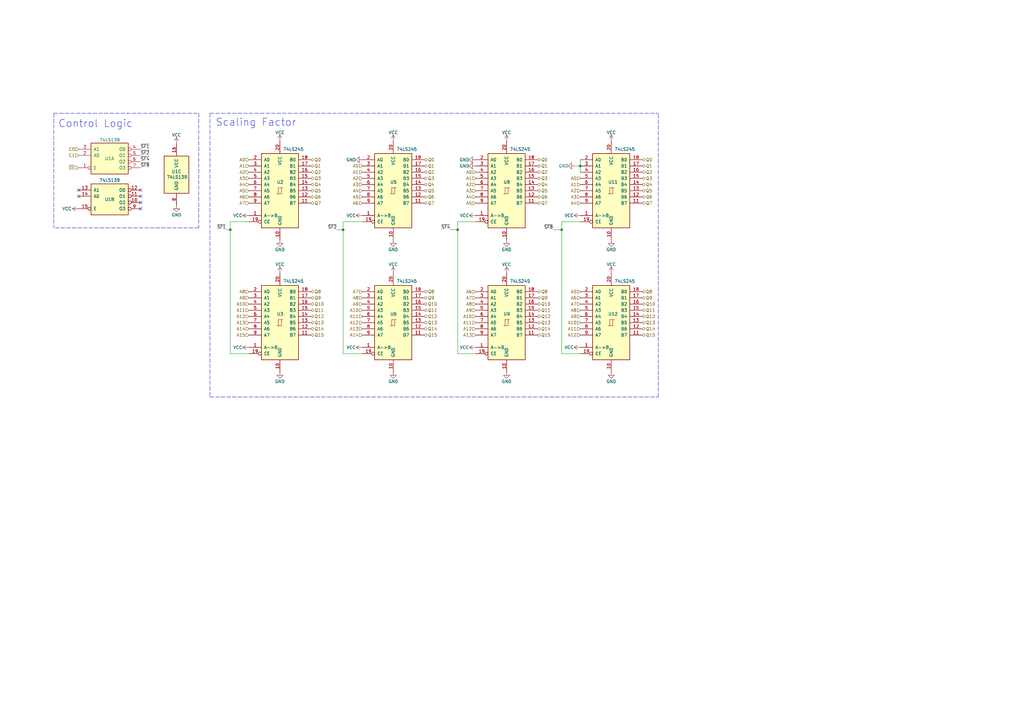
<source format=kicad_sch>
(kicad_sch (version 20211123) (generator eeschema)
  (paper "A3")
  (lib_symbols
    (symbol "74xx:74LS139" (pin_names (offset 1.016))
      (property "Reference" "U" (at -7.62 8.89 0))
      (property "Value" "74LS139" (at -7.62 -8.89 0))
      (symbol "74LS139_1_0"
        (pin input inverted (at -12.7 -5.08 0) (length 5.08) (name "E") (number "1"))
        (pin input line (at -12.7 0 0) (length 5.08) (name "A0") (number "2"))
        (pin input line (at -12.7 2.54 0) (length 5.08) (name "A1") (number "3"))
        (pin output inverted (at 12.7 2.54 180) (length 5.08) (name "O0") (number "4"))
        (pin output inverted (at 12.7 0 180) (length 5.08) (name "O1") (number "5"))
        (pin output inverted (at 12.7 -2.54 180) (length 5.08) (name "O2") (number "6"))
        (pin output inverted (at 12.7 -5.08 180) (length 5.08) (name "O3") (number "7"))
      )
      (symbol "74LS139_1_1"
        (rectangle (start -7.62 5.08) (end 7.62 -7.62) (stroke (width 0.254)) (fill (type background)))
      )
      (symbol "74LS139_2_0"
        (pin output inverted (at 12.7 -2.54 180) (length 5.08) (name "O2") (number "10"))
        (pin output inverted (at 12.7 0 180) (length 5.08) (name "O1") (number "11"))
        (pin output inverted (at 12.7 2.54 180) (length 5.08) (name "O0") (number "12"))
        (pin input line (at -12.7 2.54 0) (length 5.08) (name "A1") (number "13"))
        (pin input line (at -12.7 0 0) (length 5.08) (name "A0") (number "14"))
        (pin input inverted (at -12.7 -5.08 0) (length 5.08) (name "E") (number "15"))
        (pin output inverted (at 12.7 -5.08 180) (length 5.08) (name "O3") (number "9"))
      )
      (symbol "74LS139_2_1"
        (rectangle (start -7.62 5.08) (end 7.62 -7.62) (stroke (width 0.254)) (fill (type background)))
      )
      (symbol "74LS139_3_0"
        (pin power_in line (at 0 12.7 270) (length 5.08) (name "VCC") (number "16"))
        (pin power_in line (at 0 -12.7 90) (length 5.08) (name "GND") (number "8"))
      )
      (symbol "74LS139_3_1"
        (rectangle (start -5.08 7.62) (end 5.08 -7.62) (stroke (width 0.254)) (fill (type background)))
      )
    )
    (symbol "74xx:74LS245" (pin_names (offset 1.016))
      (property "Reference" "U" (at -7.62 16.51 0))
      (property "Value" "74LS245" (at -7.62 -16.51 0))
      (symbol "74LS245_1_0"
        (polyline (pts (xy -0.635 -1.27) (xy -0.635 1.27) (xy 0.635 1.27)))
        (polyline (pts (xy -1.27 -1.27) (xy 0.635 -1.27) (xy 0.635 1.27) (xy 1.27 1.27)))
        (pin input line (at -12.7 -10.16 0) (length 5.08) (name "A->B") (number "1"))
        (pin power_in line (at 0 -20.32 90) (length 5.08) (name "GND") (number "10"))
        (pin tri_state line (at 12.7 -5.08 180) (length 5.08) (name "B7") (number "11"))
        (pin tri_state line (at 12.7 -2.54 180) (length 5.08) (name "B6") (number "12"))
        (pin tri_state line (at 12.7 0 180) (length 5.08) (name "B5") (number "13"))
        (pin tri_state line (at 12.7 2.54 180) (length 5.08) (name "B4") (number "14"))
        (pin tri_state line (at 12.7 5.08 180) (length 5.08) (name "B3") (number "15"))
        (pin tri_state line (at 12.7 7.62 180) (length 5.08) (name "B2") (number "16"))
        (pin tri_state line (at 12.7 10.16 180) (length 5.08) (name "B1") (number "17"))
        (pin tri_state line (at 12.7 12.7 180) (length 5.08) (name "B0") (number "18"))
        (pin input inverted (at -12.7 -12.7 0) (length 5.08) (name "CE") (number "19"))
        (pin tri_state line (at -12.7 12.7 0) (length 5.08) (name "A0") (number "2"))
        (pin power_in line (at 0 20.32 270) (length 5.08) (name "VCC") (number "20"))
        (pin tri_state line (at -12.7 10.16 0) (length 5.08) (name "A1") (number "3"))
        (pin tri_state line (at -12.7 7.62 0) (length 5.08) (name "A2") (number "4"))
        (pin tri_state line (at -12.7 5.08 0) (length 5.08) (name "A3") (number "5"))
        (pin tri_state line (at -12.7 2.54 0) (length 5.08) (name "A4") (number "6"))
        (pin tri_state line (at -12.7 0 0) (length 5.08) (name "A5") (number "7"))
        (pin tri_state line (at -12.7 -2.54 0) (length 5.08) (name "A6") (number "8"))
        (pin tri_state line (at -12.7 -5.08 0) (length 5.08) (name "A7") (number "9"))
      )
      (symbol "74LS245_1_1"
        (rectangle (start -7.62 15.24) (end 7.62 -15.24) (stroke (width 0.254)) (fill (type background)))
      )
    )
    (symbol "power:GND" (power) (pin_names (offset 0))
      (property "Value" "GND" (at 0 -3.81 0))
      (symbol "GND_0_1"
        (polyline (pts (xy 0 0) (xy 0 -1.27) (xy 1.27 -1.27) (xy 0 -2.54) (xy -1.27 -1.27) (xy 0 -1.27)))
      )
      (symbol "GND_1_1"
        (pin power_in line (at 0 0 270) (length 0) hide (name "GND") (number "1"))
      )
    )
    (symbol "power:VCC" (power) (pin_names (offset 0))
      (property "Value" "VCC" (at 0 3.81 0))
      (symbol "VCC_0_1"
        (polyline (pts (xy -0.762 1.27) (xy 0 2.54)))
        (polyline (pts (xy 0 0) (xy 0 2.54)))
        (polyline (pts (xy 0 2.54) (xy 0.762 1.27)))
      )
      (symbol "VCC_1_1"
        (pin power_in line (at 0 0 90) (length 0) hide (name "VCC") (number "1"))
      )
    )
  )
  (junction (at 140.716 94.234))
  (junction (at 187.706 94.234))
  (junction (at 94.488 94.234))
  (junction (at 237.998 68.072))
  (junction (at 230.378 94.234))
  (no_connect (at 57.658 83.058))
  (no_connect (at 32.258 77.978))
  (no_connect (at 32.258 80.518))
  (no_connect (at 57.658 77.978))
  (no_connect (at 57.658 80.518))
  (no_connect (at 57.658 85.598))
  (wire (pts (xy 235.712 68.072) (xy 237.998 68.072)))
  (wire (pts (xy 237.998 68.072) (xy 237.998 70.612)))
  (wire (pts (xy 140.716 90.932) (xy 140.716 94.234)))
  (polyline (pts (xy 86.106 162.814) (xy 270.002 162.814)))
  (wire (pts (xy 230.378 90.932) (xy 230.378 94.234)))
  (wire (pts (xy 230.378 145.034) (xy 237.998 145.034)))
  (wire (pts (xy 187.706 90.932) (xy 187.706 94.234)))
  (wire (pts (xy 140.716 145.034) (xy 148.59 145.034)))
  (wire (pts (xy 230.378 94.234) (xy 230.378 145.034)))
  (polyline (pts (xy 22.098 46.482) (xy 22.098 93.472)))
  (wire (pts (xy 140.716 94.234) (xy 140.716 145.034)))
  (wire (pts (xy 102.108 90.932) (xy 94.488 90.932)))
  (wire (pts (xy 138.176 94.234) (xy 140.716 94.234)))
  (wire (pts (xy 195.072 90.932) (xy 187.706 90.932)))
  (wire (pts (xy 94.488 90.932) (xy 94.488 94.234)))
  (polyline (pts (xy 81.534 93.472) (xy 22.098 93.472)))
  (wire (pts (xy 148.59 90.932) (xy 140.716 90.932)))
  (polyline (pts (xy 22.098 46.482) (xy 81.534 46.482)))
  (polyline (pts (xy 81.534 46.482) (xy 81.534 93.472)))
  (wire (pts (xy 187.706 94.234) (xy 187.706 145.034)))
  (polyline (pts (xy 86.106 46.482) (xy 86.106 162.814)))
  (polyline (pts (xy 86.106 46.482) (xy 270.002 46.482)))
  (wire (pts (xy 94.488 94.234) (xy 94.488 145.034)))
  (wire (pts (xy 92.71 94.234) (xy 94.488 94.234)))
  (wire (pts (xy 184.658 94.234) (xy 187.706 94.234)))
  (polyline (pts (xy 270.002 162.814) (xy 270.002 46.482)))
  (wire (pts (xy 237.998 68.072) (xy 237.998 65.532)))
  (wire (pts (xy 94.488 145.034) (xy 102.108 145.034)))
  (wire (pts (xy 230.378 90.932) (xy 237.998 90.932)))
  (wire (pts (xy 187.706 145.034) (xy 195.072 145.034)))
  (wire (pts (xy 226.822 94.234) (xy 230.378 94.234)))
  (text "Scaling Factor" (at 88.392 52.07 0) (effects (font (size 3 3)) (justify left bottom)))
  (text "Control Logic" (at 23.876 52.578 0) (effects (font (size 3 3)) (justify left bottom)))
  (label "~{SF4}" (at 184.658 94.234 180))
  (label "~{SF8}" (at 57.658 68.834 0))
  (label "~{SF8}" (at 226.822 94.234 180))
  (label "~{SF2}" (at 138.176 94.234 180))
  (label "~{SF4}" (at 57.658 66.294 0))
  (label "~{SF2}" (at 57.658 63.754 0))
  (label "~{SF1}" (at 92.71 94.234 180))
  (label "~{SF1}" (at 57.658 61.214 0))
  (hierarchical_label "A11" (shape input) (at 195.072 132.334 180))
  (hierarchical_label "A14" (shape input) (at 148.59 137.414 180))
  (hierarchical_label "Q0" (shape tri_state) (at 173.99 65.532 0))
  (hierarchical_label "A3" (shape input) (at 102.108 73.152 180))
  (hierarchical_label "A8" (shape input) (at 237.998 127.254 180))
  (hierarchical_label "Q6" (shape tri_state) (at 263.398 80.772 0))
  (hierarchical_label "Q4" (shape tri_state) (at 263.398 75.692 0))
  (hierarchical_label "A6" (shape input) (at 237.998 122.174 180))
  (hierarchical_label "A6" (shape input) (at 148.59 83.312 180))
  (hierarchical_label "Q2" (shape tri_state) (at 127.508 70.612 0))
  (hierarchical_label "A4" (shape input) (at 237.998 83.312 180))
  (hierarchical_label "Q5" (shape tri_state) (at 127.508 78.232 0))
  (hierarchical_label "Q6" (shape tri_state) (at 220.472 80.772 0))
  (hierarchical_label "Q5" (shape tri_state) (at 220.472 78.232 0))
  (hierarchical_label "Q14" (shape tri_state) (at 173.99 134.874 0))
  (hierarchical_label "A13" (shape input) (at 102.108 132.334 180))
  (hierarchical_label "A5" (shape input) (at 148.59 80.772 180))
  (hierarchical_label "Q9" (shape tri_state) (at 220.472 122.174 0))
  (hierarchical_label "A13" (shape input) (at 195.072 137.414 180))
  (hierarchical_label "Q12" (shape tri_state) (at 127.508 129.794 0))
  (hierarchical_label "A12" (shape input) (at 148.59 132.334 180))
  (hierarchical_label "Q6" (shape tri_state) (at 173.99 80.772 0))
  (hierarchical_label "Q7" (shape tri_state) (at 173.99 83.312 0))
  (hierarchical_label "Q1" (shape tri_state) (at 263.398 68.072 0))
  (hierarchical_label "Q10" (shape tri_state) (at 263.398 124.714 0))
  (hierarchical_label "C0" (shape input) (at 32.258 61.214 180))
  (hierarchical_label "A7" (shape input) (at 237.998 124.714 180))
  (hierarchical_label "A11" (shape input) (at 237.998 134.874 180))
  (hierarchical_label "Q11" (shape tri_state) (at 220.472 127.254 0))
  (hierarchical_label "Q8" (shape tri_state) (at 173.99 119.634 0))
  (hierarchical_label "A14" (shape input) (at 102.108 134.874 180))
  (hierarchical_label "Q9" (shape tri_state) (at 263.398 122.174 0))
  (hierarchical_label "Q1" (shape tri_state) (at 173.99 68.072 0))
  (hierarchical_label "Q6" (shape tri_state) (at 127.508 80.772 0))
  (hierarchical_label "A3" (shape input) (at 195.072 78.232 180))
  (hierarchical_label "A6" (shape input) (at 102.108 80.772 180))
  (hierarchical_label "Q2" (shape tri_state) (at 263.398 70.612 0))
  (hierarchical_label "A0" (shape input) (at 102.108 65.532 180))
  (hierarchical_label "A10" (shape input) (at 237.998 132.334 180))
  (hierarchical_label "A9" (shape input) (at 237.998 129.794 180))
  (hierarchical_label "Q3" (shape tri_state) (at 263.398 73.152 0))
  (hierarchical_label "A12" (shape input) (at 195.072 134.874 180))
  (hierarchical_label "A5" (shape input) (at 195.072 83.312 180))
  (hierarchical_label "A9" (shape input) (at 102.108 122.174 180))
  (hierarchical_label "A7" (shape input) (at 102.108 83.312 180))
  (hierarchical_label "Q3" (shape tri_state) (at 173.99 73.152 0))
  (hierarchical_label "C1" (shape input) (at 32.258 63.754 180))
  (hierarchical_label "Q11" (shape tri_state) (at 173.99 127.254 0))
  (hierarchical_label "A6" (shape input) (at 195.072 119.634 180))
  (hierarchical_label "A5" (shape input) (at 237.998 119.634 180))
  (hierarchical_label "A12" (shape input) (at 102.108 129.794 180))
  (hierarchical_label "Q13" (shape tri_state) (at 220.472 132.334 0))
  (hierarchical_label "Q11" (shape tri_state) (at 127.508 127.254 0))
  (hierarchical_label "Q2" (shape tri_state) (at 220.472 70.612 0))
  (hierarchical_label "A4" (shape input) (at 148.59 78.232 180))
  (hierarchical_label "A3" (shape input) (at 237.998 80.772 180))
  (hierarchical_label "Q4" (shape tri_state) (at 127.508 75.692 0))
  (hierarchical_label "A4" (shape input) (at 102.108 75.692 180))
  (hierarchical_label "A0" (shape input) (at 237.998 73.152 180))
  (hierarchical_label "Q13" (shape tri_state) (at 263.398 132.334 0))
  (hierarchical_label "Q1" (shape tri_state) (at 220.472 68.072 0))
  (hierarchical_label "A8" (shape input) (at 195.072 124.714 180))
  (hierarchical_label "Q15" (shape tri_state) (at 263.398 137.414 0))
  (hierarchical_label "A7" (shape input) (at 195.072 122.174 180))
  (hierarchical_label "Q13" (shape tri_state) (at 173.99 132.334 0))
  (hierarchical_label "Q0" (shape tri_state) (at 263.398 65.532 0))
  (hierarchical_label "Q0" (shape tri_state) (at 127.508 65.532 0))
  (hierarchical_label "A0" (shape input) (at 195.072 70.612 180))
  (hierarchical_label "A7" (shape input) (at 148.59 119.634 180))
  (hierarchical_label "Q5" (shape tri_state) (at 173.99 78.232 0))
  (hierarchical_label "Q13" (shape tri_state) (at 127.508 132.334 0))
  (hierarchical_label "Q15" (shape tri_state) (at 127.508 137.414 0))
  (hierarchical_label "Q8" (shape tri_state) (at 220.472 119.634 0))
  (hierarchical_label "A10" (shape input) (at 148.59 127.254 180))
  (hierarchical_label "Q2" (shape tri_state) (at 173.99 70.612 0))
  (hierarchical_label "Q14" (shape tri_state) (at 127.508 134.874 0))
  (hierarchical_label "Q14" (shape tri_state) (at 220.472 134.874 0))
  (hierarchical_label "A2" (shape input) (at 102.108 70.612 180))
  (hierarchical_label "A3" (shape input) (at 148.59 75.692 180))
  (hierarchical_label "Q3" (shape tri_state) (at 220.472 73.152 0))
  (hierarchical_label "Q10" (shape tri_state) (at 220.472 124.714 0))
  (hierarchical_label "Q12" (shape tri_state) (at 263.398 129.794 0))
  (hierarchical_label "A1" (shape input) (at 195.072 73.152 180))
  (hierarchical_label "Q15" (shape tri_state) (at 220.472 137.414 0))
  (hierarchical_label "A1" (shape input) (at 102.108 68.072 180))
  (hierarchical_label "A8" (shape input) (at 148.59 122.174 180))
  (hierarchical_label "A5" (shape input) (at 102.108 78.232 180))
  (hierarchical_label "Q7" (shape tri_state) (at 127.508 83.312 0))
  (hierarchical_label "A10" (shape input) (at 102.108 124.714 180))
  (hierarchical_label "A8" (shape input) (at 102.108 119.634 180))
  (hierarchical_label "A2" (shape input) (at 237.998 78.232 180))
  (hierarchical_label "Q8" (shape tri_state) (at 127.508 119.634 0))
  (hierarchical_label "Q5" (shape tri_state) (at 263.398 78.232 0))
  (hierarchical_label "Q0" (shape tri_state) (at 220.472 65.532 0))
  (hierarchical_label "Q12" (shape tri_state) (at 220.472 129.794 0))
  (hierarchical_label "A0" (shape input) (at 148.59 68.072 180))
  (hierarchical_label "Q7" (shape tri_state) (at 263.398 83.312 0))
  (hierarchical_label "Q10" (shape tri_state) (at 173.99 124.714 0))
  (hierarchical_label "A9" (shape input) (at 195.072 127.254 180))
  (hierarchical_label "A12" (shape input) (at 237.998 137.414 180))
  (hierarchical_label "Q4" (shape tri_state) (at 220.472 75.692 0))
  (hierarchical_label "Q9" (shape tri_state) (at 127.508 122.174 0))
  (hierarchical_label "A13" (shape input) (at 148.59 134.874 180))
  (hierarchical_label "Q9" (shape tri_state) (at 173.99 122.174 0))
  (hierarchical_label "Q1" (shape tri_state) (at 127.508 68.072 0))
  (hierarchical_label "A1" (shape input) (at 237.998 75.692 180))
  (hierarchical_label "Q10" (shape tri_state) (at 127.508 124.714 0))
  (hierarchical_label "Q4" (shape tri_state) (at 173.99 75.692 0))
  (hierarchical_label "A11" (shape input) (at 148.59 129.794 180))
  (hierarchical_label "A2" (shape input) (at 195.072 75.692 180))
  (hierarchical_label "A1" (shape input) (at 148.59 70.612 180))
  (hierarchical_label "Q14" (shape tri_state) (at 263.398 134.874 0))
  (hierarchical_label "Q7" (shape tri_state) (at 220.472 83.312 0))
  (hierarchical_label "A15" (shape input) (at 102.108 137.414 180))
  (hierarchical_label "Q11" (shape tri_state) (at 263.398 127.254 0))
  (hierarchical_label "Q15" (shape tri_state) (at 173.99 137.414 0))
  (hierarchical_label "Q3" (shape tri_state) (at 127.508 73.152 0))
  (hierarchical_label "A11" (shape input) (at 102.108 127.254 180))
  (hierarchical_label "~{OE}" (shape input) (at 32.258 68.834 180))
  (hierarchical_label "A10" (shape input) (at 195.072 129.794 180))
  (hierarchical_label "Q12" (shape tri_state) (at 173.99 129.794 0))
  (hierarchical_label "A2" (shape input) (at 148.59 73.152 180))
  (hierarchical_label "A4" (shape input) (at 195.072 80.772 180))
  (hierarchical_label "A9" (shape input) (at 148.59 124.714 180))
  (hierarchical_label "Q8" (shape tri_state) (at 263.398 119.634 0))
  (symbol (lib_id "74xx:74LS245") (at 207.772 132.334 0) (unit 1)
    (property "Reference" "U9" (at 206.502 128.778 0) (effects (justify left)))
    (property "Value" "74LS245" (at 209.042 115.316 0) (effects (justify left)))
    (property "Footprint" "Package_SO:SO-20_5.3x12.6mm_P1.27mm" (effects hide))
    (property "Datasheet" "http://www.ti.com/lit/gpn/sn74LS245" (effects hide))
  )
  (symbol (lib_id "power:VCC") (at 207.772 112.014 0) (unit 1)
    (property "Reference" "#PWR053" (effects hide))
    (property "Value" "VCC" (at 207.772 108.458 0))
  )
  (symbol (lib_id "power:GND") (at 114.808 152.654 0) (unit 1)
    (property "Reference" "#PWR033" (effects hide))
    (property "Value" "GND" (at 114.808 156.464 0))
  )
  (symbol (lib_id "power:GND") (at 161.29 98.552 0) (unit 1)
    (property "Reference" "#PWR041" (effects hide))
    (property "Value" "GND" (at 161.29 102.362 0))
  )
  (symbol (lib_id "power:GND") (at 250.698 152.654 0) (unit 1)
    (property "Reference" "#PWR064" (effects hide))
    (property "Value" "GND" (at 250.698 156.464 0))
  )
  (symbol (lib_id "power:GND") (at 235.712 68.072 270) (unit 1)
    (property "Reference" "#PWR057" (effects hide))
    (property "Value" "GND" (at 231.14 68.072 90))
  )
  (symbol (lib_id "74xx:74LS139") (at 44.958 63.754 0) (unit 1)
    (property "Reference" "U1" (at 44.958 65.024 0))
    (property "Value" "74LS139" (at 44.958 57.404 0))
    (property "Footprint" "Package_SO:SO-16_3.9x9.9mm_P1.27mm" (effects hide))
    (property "Datasheet" "http://www.ti.com/lit/ds/symlink/sn74ls139a.pdf" (effects hide))
  )
  (symbol (lib_id "74xx:74LS245") (at 114.808 132.334 0) (unit 1)
    (property "Reference" "U3" (at 113.538 128.778 0) (effects (justify left)))
    (property "Value" "74LS245" (at 116.078 115.316 0) (effects (justify left)))
    (property "Footprint" "Package_SO:SO-20_5.3x12.6mm_P1.27mm" (effects hide))
    (property "Datasheet" "http://www.ti.com/lit/gpn/sn74LS245" (effects hide))
  )
  (symbol (lib_id "power:VCC") (at 114.808 57.912 0) (unit 1)
    (property "Reference" "#PWR030" (effects hide))
    (property "Value" "VCC" (at 114.808 54.356 0))
  )
  (symbol (lib_id "74xx:74LS245") (at 207.772 78.232 0) (unit 1)
    (property "Reference" "U8" (at 206.502 74.676 0) (effects (justify left)))
    (property "Value" "74LS245" (at 209.042 61.214 0) (effects (justify left)))
    (property "Footprint" "Package_SO:SO-20_5.3x12.6mm_P1.27mm" (effects hide))
    (property "Datasheet" "http://www.ti.com/lit/gpn/sn74LS245" (effects hide))
  )
  (symbol (lib_id "74xx:74LS139") (at 72.39 71.628 0) (unit 3)
    (property "Reference" "U1" (at 70.358 70.358 0) (effects (justify left)))
    (property "Value" "74LS139" (at 68.326 72.644 0) (effects (justify left)))
    (property "Footprint" "Package_SO:SO-16_3.9x9.9mm_P1.27mm" (effects hide))
    (property "Datasheet" "http://www.ti.com/lit/ds/symlink/sn74ls139a.pdf" (effects hide))
  )
  (symbol (lib_id "74xx:74LS139") (at 44.958 80.518 0) (unit 2)
    (property "Reference" "U1" (at 44.958 81.788 0))
    (property "Value" "74LS139" (at 44.958 73.914 0))
    (property "Footprint" "Package_SO:SO-16_3.9x9.9mm_P1.27mm" (effects hide))
    (property "Datasheet" "http://www.ti.com/lit/ds/symlink/sn74ls139a.pdf" (effects hide))
  )
  (symbol (lib_id "power:VCC") (at 102.108 88.392 90) (unit 1)
    (property "Reference" "#PWR027" (effects hide))
    (property "Value" "VCC" (at 97.536 88.392 90))
  )
  (symbol (lib_id "74xx:74LS245") (at 161.29 132.334 0) (unit 1)
    (property "Reference" "U6" (at 160.02 128.778 0) (effects (justify left)))
    (property "Value" "74LS245" (at 162.56 115.316 0) (effects (justify left)))
    (property "Footprint" "Package_SO:SO-20_5.3x12.6mm_P1.27mm" (effects hide))
    (property "Datasheet" "http://www.ti.com/lit/gpn/sn74LS245" (effects hide))
  )
  (symbol (lib_id "power:GND") (at 161.29 152.654 0) (unit 1)
    (property "Reference" "#PWR043" (effects hide))
    (property "Value" "GND" (at 161.29 156.464 0))
  )
  (symbol (lib_id "power:VCC") (at 250.698 57.912 0) (unit 1)
    (property "Reference" "#PWR061" (effects hide))
    (property "Value" "VCC" (at 250.698 54.356 0))
  )
  (symbol (lib_id "power:VCC") (at 102.108 142.494 90) (unit 1)
    (property "Reference" "#PWR028" (effects hide))
    (property "Value" "VCC" (at 97.536 142.494 90))
  )
  (symbol (lib_id "74xx:74LS245") (at 114.808 78.232 0) (unit 1)
    (property "Reference" "U2" (at 113.538 74.676 0) (effects (justify left)))
    (property "Value" "74LS245" (at 116.078 61.214 0) (effects (justify left)))
    (property "Footprint" "Package_SO:SO-20_5.3x12.6mm_P1.27mm" (effects hide))
    (property "Datasheet" "http://www.ti.com/lit/gpn/sn74LS245" (effects hide))
  )
  (symbol (lib_id "power:VCC") (at 148.59 88.392 90) (unit 1)
    (property "Reference" "#PWR037" (effects hide))
    (property "Value" "VCC" (at 144.018 88.392 90))
  )
  (symbol (lib_id "power:GND") (at 148.59 65.532 270) (unit 1)
    (property "Reference" "#PWR036" (effects hide))
    (property "Value" "GND" (at 144.018 65.532 90))
  )
  (symbol (lib_id "power:VCC") (at 72.39 58.928 0) (unit 1)
    (property "Reference" "#PWR025" (effects hide))
    (property "Value" "VCC" (at 72.39 55.372 0))
  )
  (symbol (lib_id "power:GND") (at 72.39 84.328 0) (unit 1)
    (property "Reference" "#PWR026" (effects hide))
    (property "Value" "GND" (at 72.39 88.138 0))
  )
  (symbol (lib_id "power:GND") (at 207.772 98.552 0) (unit 1)
    (property "Reference" "#PWR052" (effects hide))
    (property "Value" "GND" (at 207.772 102.362 0))
  )
  (symbol (lib_id "power:GND") (at 250.698 98.552 0) (unit 1)
    (property "Reference" "#PWR062" (effects hide))
    (property "Value" "GND" (at 250.698 102.362 0))
  )
  (symbol (lib_id "power:VCC") (at 250.698 112.014 0) (unit 1)
    (property "Reference" "#PWR063" (effects hide))
    (property "Value" "VCC" (at 250.698 108.458 0))
  )
  (symbol (lib_id "power:VCC") (at 161.29 112.014 0) (unit 1)
    (property "Reference" "#PWR042" (effects hide))
    (property "Value" "VCC" (at 161.29 108.458 0))
  )
  (symbol (lib_id "power:VCC") (at 148.59 142.494 90) (unit 1)
    (property "Reference" "#PWR038" (effects hide))
    (property "Value" "VCC" (at 144.018 142.494 90))
  )
  (symbol (lib_id "power:VCC") (at 237.998 142.494 90) (unit 1)
    (property "Reference" "#PWR059" (effects hide))
    (property "Value" "VCC" (at 233.426 142.494 90))
  )
  (symbol (lib_id "power:GND") (at 195.072 65.532 270) (unit 1)
    (property "Reference" "#PWR046" (effects hide))
    (property "Value" "GND" (at 190.5 65.532 90))
  )
  (symbol (lib_id "74xx:74LS245") (at 161.29 78.232 0) (unit 1)
    (property "Reference" "U5" (at 160.02 74.676 0) (effects (justify left)))
    (property "Value" "74LS245" (at 162.56 61.214 0) (effects (justify left)))
    (property "Footprint" "Package_SO:SO-20_5.3x12.6mm_P1.27mm" (effects hide))
    (property "Datasheet" "http://www.ti.com/lit/gpn/sn74LS245" (effects hide))
  )
  (symbol (lib_id "power:GND") (at 195.072 68.072 270) (unit 1)
    (property "Reference" "#PWR047" (effects hide))
    (property "Value" "GND" (at 190.5 68.072 90))
  )
  (symbol (lib_id "power:VCC") (at 237.998 88.392 90) (unit 1)
    (property "Reference" "#PWR058" (effects hide))
    (property "Value" "VCC" (at 233.426 88.392 90))
  )
  (symbol (lib_id "power:GND") (at 114.808 98.552 0) (unit 1)
    (property "Reference" "#PWR031" (effects hide))
    (property "Value" "GND" (at 114.808 102.362 0))
  )
  (symbol (lib_id "power:VCC") (at 32.258 85.598 90) (unit 1)
    (property "Reference" "#PWR0101" (effects hide))
    (property "Value" "VCC" (at 27.432 85.598 90))
  )
  (symbol (lib_id "power:VCC") (at 207.772 57.912 0) (unit 1)
    (property "Reference" "#PWR051" (effects hide))
    (property "Value" "VCC" (at 207.772 54.356 0))
  )
  (symbol (lib_id "74xx:74LS245") (at 250.698 78.232 0) (unit 1)
    (property "Reference" "U11" (at 249.428 74.676 0) (effects (justify left)))
    (property "Value" "74LS245" (at 251.968 61.214 0) (effects (justify left)))
    (property "Footprint" "Package_SO:SO-20_5.3x12.6mm_P1.27mm" (effects hide))
    (property "Datasheet" "http://www.ti.com/lit/gpn/sn74LS245" (effects hide))
  )
  (symbol (lib_id "power:VCC") (at 195.072 88.392 90) (unit 1)
    (property "Reference" "#PWR048" (effects hide))
    (property "Value" "VCC" (at 190.5 88.392 90))
  )
  (symbol (lib_id "power:VCC") (at 161.29 57.912 0) (unit 1)
    (property "Reference" "#PWR040" (effects hide))
    (property "Value" "VCC" (at 161.29 54.356 0))
  )
  (symbol (lib_id "74xx:74LS245") (at 250.698 132.334 0) (unit 1)
    (property "Reference" "U12" (at 249.428 128.778 0) (effects (justify left)))
    (property "Value" "74LS245" (at 251.968 115.316 0) (effects (justify left)))
    (property "Footprint" "Package_SO:SO-20_5.3x12.6mm_P1.27mm" (effects hide))
    (property "Datasheet" "http://www.ti.com/lit/gpn/sn74LS245" (effects hide))
  )
  (symbol (lib_id "power:VCC") (at 195.072 142.494 90) (unit 1)
    (property "Reference" "#PWR049" (effects hide))
    (property "Value" "VCC" (at 190.5 142.494 90))
  )
  (symbol (lib_id "power:VCC") (at 114.808 112.014 0) (unit 1)
    (property "Reference" "#PWR032" (effects hide))
    (property "Value" "VCC" (at 114.808 108.458 0))
  )
  (symbol (lib_id "power:GND") (at 207.772 152.654 0) (unit 1)
    (property "Reference" "#PWR054" (effects hide))
    (property "Value" "GND" (at 207.772 156.464 0))
  )
)
</source>
